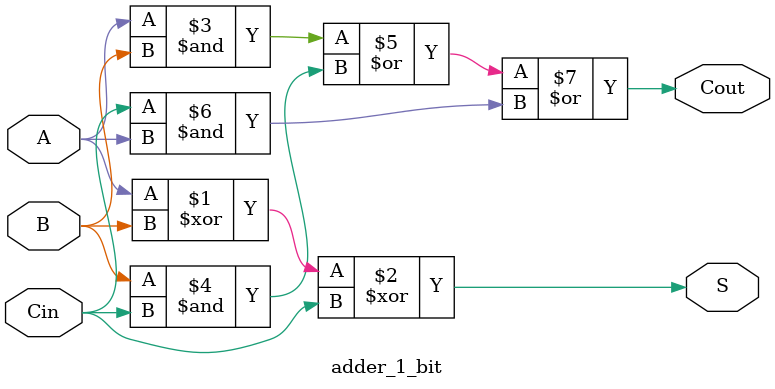
<source format=v>
`timescale 1ns / 1ps


module adder_1_bit(
    input A,
    input B,
    input Cin,
    output S,
    output Cout
    );
 
 assign S = A^B^Cin; 
 assign Cout = (A&B)|(B&Cin)|(Cin&A);
 
 
endmodule

</source>
